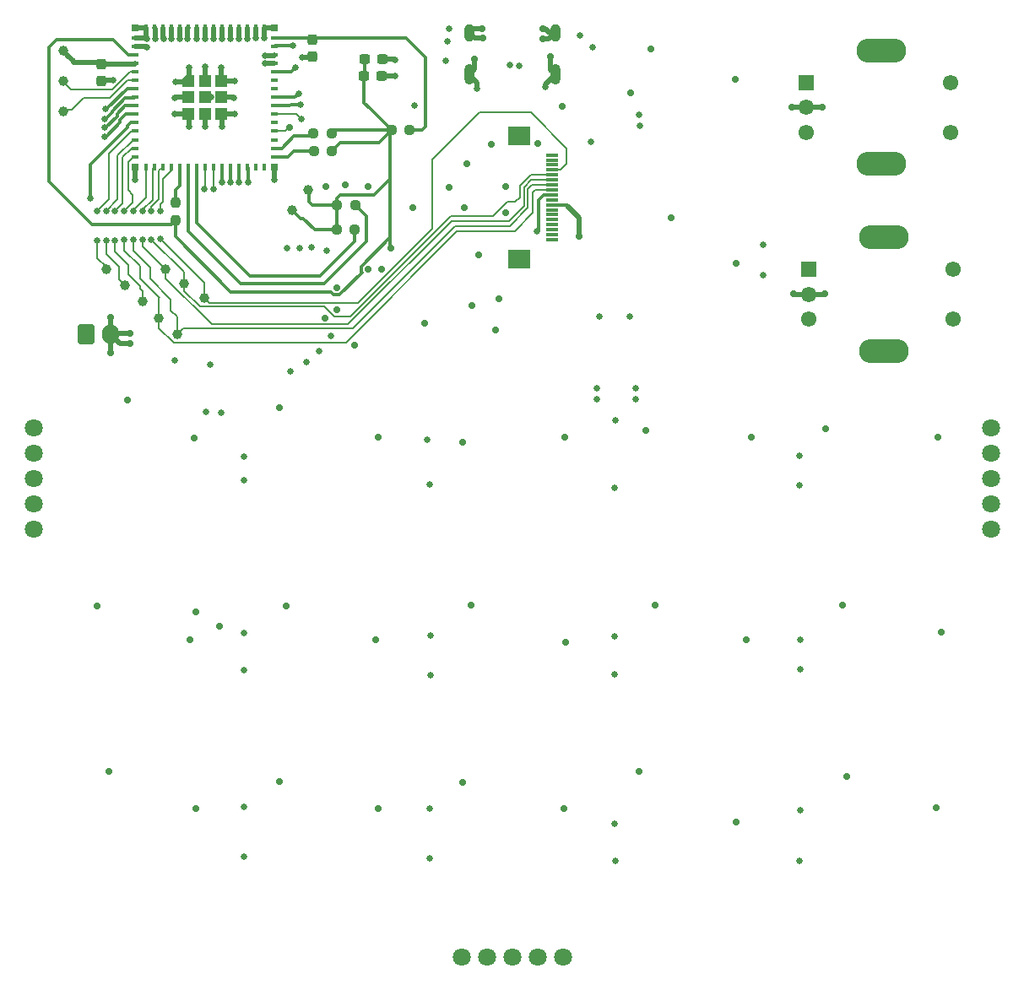
<source format=gbr>
%TF.GenerationSoftware,KiCad,Pcbnew,8.0.6*%
%TF.CreationDate,2025-02-04T14:09:58-07:00*%
%TF.ProjectId,Modular MacroPad,4d6f6475-6c61-4722-904d-6163726f5061,rev?*%
%TF.SameCoordinates,Original*%
%TF.FileFunction,Copper,L1,Top*%
%TF.FilePolarity,Positive*%
%FSLAX46Y46*%
G04 Gerber Fmt 4.6, Leading zero omitted, Abs format (unit mm)*
G04 Created by KiCad (PCBNEW 8.0.6) date 2025-02-04 14:09:58*
%MOMM*%
%LPD*%
G01*
G04 APERTURE LIST*
G04 Aperture macros list*
%AMRoundRect*
0 Rectangle with rounded corners*
0 $1 Rounding radius*
0 $2 $3 $4 $5 $6 $7 $8 $9 X,Y pos of 4 corners*
0 Add a 4 corners polygon primitive as box body*
4,1,4,$2,$3,$4,$5,$6,$7,$8,$9,$2,$3,0*
0 Add four circle primitives for the rounded corners*
1,1,$1+$1,$2,$3*
1,1,$1+$1,$4,$5*
1,1,$1+$1,$6,$7*
1,1,$1+$1,$8,$9*
0 Add four rect primitives between the rounded corners*
20,1,$1+$1,$2,$3,$4,$5,0*
20,1,$1+$1,$4,$5,$6,$7,0*
20,1,$1+$1,$6,$7,$8,$9,0*
20,1,$1+$1,$8,$9,$2,$3,0*%
%AMOutline5P*
0 Free polygon, 5 corners , with rotation*
0 The origin of the aperture is its center*
0 number of corners: always 5*
0 $1 to $10 corner X, Y*
0 $11 Rotation angle, in degrees counterclockwise*
0 create outline with 5 corners*
4,1,5,$1,$2,$3,$4,$5,$6,$7,$8,$9,$10,$1,$2,$11*%
%AMOutline6P*
0 Free polygon, 6 corners , with rotation*
0 The origin of the aperture is its center*
0 number of corners: always 6*
0 $1 to $12 corner X, Y*
0 $13 Rotation angle, in degrees counterclockwise*
0 create outline with 6 corners*
4,1,6,$1,$2,$3,$4,$5,$6,$7,$8,$9,$10,$11,$12,$1,$2,$13*%
%AMOutline7P*
0 Free polygon, 7 corners , with rotation*
0 The origin of the aperture is its center*
0 number of corners: always 7*
0 $1 to $14 corner X, Y*
0 $15 Rotation angle, in degrees counterclockwise*
0 create outline with 7 corners*
4,1,7,$1,$2,$3,$4,$5,$6,$7,$8,$9,$10,$11,$12,$13,$14,$1,$2,$15*%
%AMOutline8P*
0 Free polygon, 8 corners , with rotation*
0 The origin of the aperture is its center*
0 number of corners: always 8*
0 $1 to $16 corner X, Y*
0 $17 Rotation angle, in degrees counterclockwise*
0 create outline with 8 corners*
4,1,8,$1,$2,$3,$4,$5,$6,$7,$8,$9,$10,$11,$12,$13,$14,$15,$16,$1,$2,$17*%
G04 Aperture macros list end*
%TA.AperFunction,SMDPad,CuDef*%
%ADD10C,1.000000*%
%TD*%
%TA.AperFunction,SMDPad,CuDef*%
%ADD11R,1.300000X0.300000*%
%TD*%
%TA.AperFunction,SMDPad,CuDef*%
%ADD12R,2.200000X1.900000*%
%TD*%
%TA.AperFunction,SMDPad,CuDef*%
%ADD13RoundRect,0.237500X-0.250000X-0.237500X0.250000X-0.237500X0.250000X0.237500X-0.250000X0.237500X0*%
%TD*%
%TA.AperFunction,SMDPad,CuDef*%
%ADD14RoundRect,0.237500X-0.237500X0.300000X-0.237500X-0.300000X0.237500X-0.300000X0.237500X0.300000X0*%
%TD*%
%TA.AperFunction,SMDPad,CuDef*%
%ADD15RoundRect,0.237500X0.250000X0.237500X-0.250000X0.237500X-0.250000X-0.237500X0.250000X-0.237500X0*%
%TD*%
%TA.AperFunction,ComponentPad*%
%ADD16C,1.800000*%
%TD*%
%TA.AperFunction,SMDPad,CuDef*%
%ADD17R,0.800000X0.400000*%
%TD*%
%TA.AperFunction,SMDPad,CuDef*%
%ADD18R,0.400000X0.800000*%
%TD*%
%TA.AperFunction,SMDPad,CuDef*%
%ADD19Outline5P,-0.600000X0.204000X-0.204000X0.600000X0.600000X0.600000X0.600000X-0.600000X-0.600000X-0.600000X0.000000*%
%TD*%
%TA.AperFunction,SMDPad,CuDef*%
%ADD20R,1.200000X1.200000*%
%TD*%
%TA.AperFunction,SMDPad,CuDef*%
%ADD21R,0.800000X0.800000*%
%TD*%
%TA.AperFunction,SMDPad,CuDef*%
%ADD22RoundRect,0.237500X-0.300000X-0.237500X0.300000X-0.237500X0.300000X0.237500X-0.300000X0.237500X0*%
%TD*%
%TA.AperFunction,ComponentPad*%
%ADD23RoundRect,1.200000X-1.300000X0.000010X-1.300000X-0.000010X1.300000X-0.000010X1.300000X0.000010X0*%
%TD*%
%TA.AperFunction,ComponentPad*%
%ADD24R,1.550000X1.550000*%
%TD*%
%TA.AperFunction,ComponentPad*%
%ADD25C,1.550000*%
%TD*%
%TA.AperFunction,SMDPad,CuDef*%
%ADD26RoundRect,0.237500X0.237500X-0.250000X0.237500X0.250000X-0.237500X0.250000X-0.237500X-0.250000X0*%
%TD*%
%TA.AperFunction,ComponentPad*%
%ADD27O,1.000000X1.800000*%
%TD*%
%TA.AperFunction,ComponentPad*%
%ADD28O,1.000000X2.100000*%
%TD*%
%TA.AperFunction,ComponentPad*%
%ADD29RoundRect,0.250000X-0.600000X-0.750000X0.600000X-0.750000X0.600000X0.750000X-0.600000X0.750000X0*%
%TD*%
%TA.AperFunction,ComponentPad*%
%ADD30O,1.700000X2.000000*%
%TD*%
%TA.AperFunction,ViaPad*%
%ADD31C,0.650000*%
%TD*%
%TA.AperFunction,ViaPad*%
%ADD32C,0.700000*%
%TD*%
%TA.AperFunction,Conductor*%
%ADD33C,0.200000*%
%TD*%
%TA.AperFunction,Conductor*%
%ADD34C,0.500000*%
%TD*%
%TA.AperFunction,Conductor*%
%ADD35C,0.300000*%
%TD*%
G04 APERTURE END LIST*
D10*
%TO.P,TP13,1,1*%
%TO.N,GPIO16*%
X126199980Y-67130016D03*
%TD*%
%TO.P,TP12,1,1*%
%TO.N,GPIO16*%
X127799980Y-65130016D03*
%TD*%
%TO.P,TP4,1,1*%
%TO.N,/GPIO2*%
X103199980Y-57230016D03*
%TD*%
%TO.P,TP3,1,1*%
%TO.N,/GPIO1*%
X103199980Y-54180016D03*
%TD*%
%TO.P,TP2,1,1*%
%TO.N,/BOOT*%
X103199980Y-51130016D03*
%TD*%
%TO.P,TP11,1,1*%
%TO.N,/RST*%
X117351180Y-75906016D03*
%TD*%
%TO.P,TP10,1,1*%
%TO.N,/TFTCS*%
X115319180Y-74509016D03*
%TD*%
%TO.P,TP9,1,1*%
%TO.N,/MOSI*%
X113490380Y-73035816D03*
%TD*%
%TO.P,TP8,1,1*%
%TO.N,/MISO*%
X114633380Y-79614416D03*
%TD*%
%TO.P,TP7,1,1*%
%TO.N,/SCK*%
X112829980Y-77963416D03*
%TD*%
%TO.P,TP6,1,1*%
%TO.N,/GPIO10*%
X111178980Y-76261616D03*
%TD*%
%TO.P,TP5,1,1*%
%TO.N,/GPIO9*%
X109375580Y-74661416D03*
%TD*%
%TO.P,TP1,1,1*%
%TO.N,/GPIO8*%
X107546780Y-73061216D03*
%TD*%
D11*
%TO.P,J7,18,18*%
%TO.N,unconnected-(J7-Pad18)*%
X152224180Y-70095216D03*
%TO.P,J7,17,17*%
%TO.N,unconnected-(J7-Pad17)*%
X152224180Y-69595216D03*
%TO.P,J7,16,16*%
%TO.N,unconnected-(J7-Pad16)*%
X152224180Y-69095216D03*
%TO.P,J7,15,15*%
%TO.N,unconnected-(J7-Pad15)*%
X152224180Y-68595216D03*
%TO.P,J7,14,14*%
%TO.N,unconnected-(J7-Pad14)*%
X152224180Y-68095216D03*
%TO.P,J7,13,13*%
%TO.N,unconnected-(J7-Pad13)*%
X152224180Y-67595216D03*
%TO.P,J7,12,12*%
%TO.N,unconnected-(J7-Pad12)*%
X152224180Y-67095216D03*
%TO.P,J7,11,11*%
%TO.N,VBUS*%
X152224180Y-66595216D03*
%TO.P,J7,10,10*%
%TO.N,/3VO*%
X152224180Y-66095216D03*
%TO.P,J7,9,9*%
%TO.N,GND*%
X152224180Y-65595216D03*
%TO.P,J7,8,8*%
%TO.N,/SCK*%
X152224180Y-65095216D03*
%TO.P,J7,7,7*%
%TO.N,/MISO*%
X152224180Y-64595216D03*
%TO.P,J7,6,6*%
%TO.N,/MOSI*%
X152224180Y-64095216D03*
%TO.P,J7,5,5*%
%TO.N,/TFTCS*%
X152224180Y-63595216D03*
%TO.P,J7,4,4*%
%TO.N,/RST*%
X152224180Y-63095216D03*
%TO.P,J7,3,3*%
%TO.N,/DC*%
X152224180Y-62595216D03*
%TO.P,J7,2,2*%
%TO.N,/SDCS*%
X152224180Y-62095216D03*
%TO.P,J7,1,1*%
%TO.N,/LITE*%
X152224180Y-61595216D03*
D12*
%TO.P,J7,S2*%
%TO.N,N/C*%
X148974180Y-59645216D03*
%TO.P,J7,S1*%
X148974180Y-72045216D03*
%TD*%
D13*
%TO.P,R19,1*%
%TO.N,GPIO16*%
X130623890Y-69111208D03*
%TO.P,R19,2*%
%TO.N,Net-(U4-IO18)*%
X132448890Y-69111208D03*
%TD*%
D14*
%TO.P,C11,1*%
%TO.N,/ESP32_EN*%
X128173890Y-49998708D03*
%TO.P,C11,2*%
%TO.N,GND*%
X128173890Y-51723708D03*
%TD*%
D15*
%TO.P,R21,1*%
%TO.N,GPIO16*%
X130161390Y-61161208D03*
%TO.P,R21,2*%
%TO.N,Net-(U4-IO35)*%
X128336390Y-61161208D03*
%TD*%
D16*
%TO.P,J2,1,Pin_1*%
%TO.N,unconnected-(J2-Pin_1-Pad1)*%
X196237608Y-89010589D03*
%TO.P,J2,2,Pin_2*%
%TO.N,unconnected-(J2-Pin_2-Pad2)*%
X196237608Y-91550589D03*
%TO.P,J2,3,Pin_3*%
%TO.N,unconnected-(J2-Pin_3-Pad3)*%
X196237608Y-94090589D03*
%TO.P,J2,4,Pin_4*%
%TO.N,unconnected-(J2-Pin_4-Pad4)*%
X196237608Y-96630589D03*
%TO.P,J2,5,Pin_5*%
%TO.N,unconnected-(J2-Pin_5-Pad5)*%
X196237608Y-99170589D03*
%TD*%
%TO.P,J3,1,Pin_1*%
%TO.N,unconnected-(J3-Pin_1-Pad1)*%
X100225608Y-89010589D03*
%TO.P,J3,2,Pin_2*%
%TO.N,unconnected-(J3-Pin_2-Pad2)*%
X100225608Y-91550589D03*
%TO.P,J3,3,Pin_3*%
%TO.N,unconnected-(J3-Pin_3-Pad3)*%
X100225608Y-94090589D03*
%TO.P,J3,4,Pin_4*%
%TO.N,unconnected-(J3-Pin_4-Pad4)*%
X100225608Y-96630589D03*
%TO.P,J3,5,Pin_5*%
%TO.N,unconnected-(J3-Pin_5-Pad5)*%
X100225608Y-99170589D03*
%TD*%
D13*
%TO.P,R18,1*%
%TO.N,GPIO16*%
X136131866Y-59109608D03*
%TO.P,R18,2*%
%TO.N,/ESP32_EN*%
X137956866Y-59109608D03*
%TD*%
D17*
%TO.P,U4,1,GND*%
%TO.N,GND*%
X110436390Y-49861208D03*
%TO.P,U4,2,GND*%
X110436390Y-50711208D03*
%TO.P,U4,3,3V3*%
%TO.N,GPIO16*%
X110436390Y-51561208D03*
%TO.P,U4,4,IO0*%
%TO.N,/BOOT*%
X110436390Y-52411208D03*
%TO.P,U4,5,IO1*%
%TO.N,/GPIO1*%
X110436390Y-53261208D03*
%TO.P,U4,6,IO2*%
%TO.N,/GPIO2*%
X110436390Y-54111208D03*
%TO.P,U4,7,IO3*%
%TO.N,Col0*%
X110436390Y-54961208D03*
%TO.P,U4,8,IO4*%
%TO.N,Row4*%
X110436390Y-55811208D03*
%TO.P,U4,9,IO5*%
%TO.N,Row3*%
X110436390Y-56661208D03*
%TO.P,U4,10,IO6*%
%TO.N,Row2*%
X110436390Y-57511208D03*
%TO.P,U4,11,IO7*%
%TO.N,Col1*%
X110436390Y-58361208D03*
%TO.P,U4,12,IO8*%
%TO.N,/GPIO8*%
X110436390Y-59211208D03*
%TO.P,U4,13,IO9*%
%TO.N,/GPIO9*%
X110436390Y-60061208D03*
%TO.P,U4,14,IO10*%
%TO.N,/GPIO10*%
X110436390Y-60911208D03*
%TO.P,U4,15,IO11*%
%TO.N,/SCK*%
X110436390Y-61761208D03*
D18*
%TO.P,U4,16,IO12*%
%TO.N,/MISO*%
X111486390Y-62811208D03*
%TO.P,U4,17,IO13*%
%TO.N,/MOSI*%
X112336390Y-62811208D03*
%TO.P,U4,18,IO14*%
%TO.N,/TFTCS*%
X113186390Y-62811208D03*
%TO.P,U4,19,IO15*%
%TO.N,/RST*%
X114036390Y-62811208D03*
%TO.P,U4,20,IO16*%
%TO.N,Net-(U4-IO16)*%
X114886390Y-62811208D03*
%TO.P,U4,21,IO17*%
%TO.N,Net-(U4-IO17)*%
X115736390Y-62811208D03*
%TO.P,U4,22,IO18*%
%TO.N,Net-(U4-IO18)*%
X116586390Y-62811208D03*
%TO.P,U4,23,IO19*%
%TO.N,USB_N*%
X117436390Y-62811208D03*
%TO.P,U4,24,IO20*%
%TO.N,USB_P*%
X118286390Y-62811208D03*
%TO.P,U4,25,IO21*%
%TO.N,Col2*%
X119136390Y-62811208D03*
%TO.P,U4,26,IO26*%
%TO.N,Col4*%
X119986390Y-62811208D03*
%TO.P,U4,27,IO47*%
%TO.N,Rotary2B*%
X120836390Y-62811208D03*
%TO.P,U4,28,IO33*%
%TO.N,Rotary2A*%
X121686390Y-62811208D03*
%TO.P,U4,29,IO34*%
%TO.N,unconnected-(U4-IO34-Pad29)*%
X122536390Y-62811208D03*
%TO.P,U4,30,IO48*%
%TO.N,unconnected-(U4-IO48-Pad30)*%
X123386390Y-62811208D03*
D17*
%TO.P,U4,31,IO35*%
%TO.N,Net-(U4-IO35)*%
X124436390Y-61761208D03*
%TO.P,U4,32,IO36*%
%TO.N,Net-(U4-IO36)*%
X124436390Y-60911208D03*
%TO.P,U4,33,IO37*%
%TO.N,unconnected-(U4-IO37-Pad33)*%
X124436390Y-60061208D03*
%TO.P,U4,34,IO38*%
%TO.N,LED_GPIO*%
X124436390Y-59211208D03*
%TO.P,U4,35,IO39*%
%TO.N,unconnected-(U4-IO39-Pad35)*%
X124436390Y-58361208D03*
%TO.P,U4,36,IO40*%
%TO.N,Col3*%
X124436390Y-57511208D03*
%TO.P,U4,37,IO41*%
%TO.N,Row1*%
X124436390Y-56661208D03*
%TO.P,U4,38,IO42*%
%TO.N,Rotary1B*%
X124436390Y-55811208D03*
%TO.P,U4,39,TXD0*%
%TO.N,unconnected-(U4-TXD0-Pad39)*%
X124436390Y-54961208D03*
%TO.P,U4,40,RXD0*%
%TO.N,unconnected-(U4-RXD0-Pad40)*%
X124436390Y-54111208D03*
%TO.P,U4,41,IO45*%
%TO.N,Row0*%
X124436390Y-53261208D03*
%TO.P,U4,42,GND*%
%TO.N,GND*%
X124436390Y-52411208D03*
%TO.P,U4,43,GND*%
X124436390Y-51561208D03*
%TO.P,U4,44,IO46*%
%TO.N,Rotary1A*%
X124436390Y-50711208D03*
%TO.P,U4,45,EN*%
%TO.N,/ESP32_EN*%
X124436390Y-49861208D03*
D18*
%TO.P,U4,46,GND*%
%TO.N,GND*%
X123386390Y-48811208D03*
%TO.P,U4,47,GND*%
X122536390Y-48811208D03*
%TO.P,U4,48,GND*%
X121686390Y-48811208D03*
%TO.P,U4,49,GND*%
X120836390Y-48811208D03*
%TO.P,U4,50,GND*%
X119986390Y-48811208D03*
%TO.P,U4,51,GND*%
X119136390Y-48811208D03*
%TO.P,U4,52,GND*%
X118286390Y-48811208D03*
%TO.P,U4,53,GND*%
X117436390Y-48811208D03*
%TO.P,U4,54,GND*%
X116586390Y-48811208D03*
%TO.P,U4,55,GND*%
X115736390Y-48811208D03*
%TO.P,U4,56,GND*%
X114886390Y-48811208D03*
%TO.P,U4,57,GND*%
X114036390Y-48811208D03*
%TO.P,U4,58,GND*%
X113186390Y-48811208D03*
%TO.P,U4,59,GND*%
X112336390Y-48811208D03*
%TO.P,U4,60,GND*%
X111486390Y-48811208D03*
D19*
%TO.P,U4,61,GND*%
X115786390Y-54161208D03*
D20*
X115786390Y-55811208D03*
X115786390Y-57461208D03*
X117436390Y-54161208D03*
X117436390Y-55811208D03*
X117436390Y-57461208D03*
X119086390Y-54161208D03*
X119086390Y-55811208D03*
X119086390Y-57461208D03*
D21*
%TO.P,U4,62,GND*%
X110436390Y-48811208D03*
%TO.P,U4,63,GND*%
X110436390Y-62811208D03*
%TO.P,U4,64,GND*%
X124436390Y-62811208D03*
%TO.P,U4,65,GND*%
X124436390Y-48811208D03*
%TD*%
D22*
%TO.P,C13,1*%
%TO.N,GPIO16*%
X133411290Y-53664208D03*
%TO.P,C13,2*%
%TO.N,GND*%
X135136290Y-53664208D03*
%TD*%
D23*
%TO.P,SW20,3*%
%TO.N,N/C*%
X185486390Y-69861208D03*
%TO.P,SW20,4*%
X185486390Y-81261208D03*
D24*
%TO.P,SW20,A,A*%
%TO.N,Rotary2A*%
X177986390Y-73061208D03*
D25*
%TO.P,SW20,B,B*%
%TO.N,Rotary2B*%
X177986390Y-78061208D03*
%TO.P,SW20,C,C*%
%TO.N,GND*%
X177986390Y-75561208D03*
%TO.P,SW20,S1,S1*%
%TO.N,Net-(D41-A)*%
X192486390Y-73061208D03*
%TO.P,SW20,S2,S2*%
%TO.N,Col4*%
X192486390Y-78061208D03*
%TD*%
D14*
%TO.P,C14,1*%
%TO.N,/BOOT*%
X107036390Y-52448708D03*
%TO.P,C14,2*%
%TO.N,GND*%
X107036390Y-54173708D03*
%TD*%
D23*
%TO.P,SW21,3*%
%TO.N,N/C*%
X185236390Y-51111208D03*
%TO.P,SW21,4*%
X185236390Y-62511208D03*
D24*
%TO.P,SW21,A,A*%
%TO.N,Rotary1A*%
X177736390Y-54311208D03*
D25*
%TO.P,SW21,B,B*%
%TO.N,Rotary1B*%
X177736390Y-59311208D03*
%TO.P,SW21,C,C*%
%TO.N,GND*%
X177736390Y-56811208D03*
%TO.P,SW21,S1,S1*%
%TO.N,Net-(D40-A)*%
X192236390Y-54311208D03*
%TO.P,SW21,S2,S2*%
%TO.N,Col4*%
X192236390Y-59311208D03*
%TD*%
D22*
%TO.P,C12,1*%
%TO.N,GPIO16*%
X133486390Y-51987808D03*
%TO.P,C12,2*%
%TO.N,GND*%
X135211390Y-51987808D03*
%TD*%
D26*
%TO.P,R1,1*%
%TO.N,GPIO16*%
X114480980Y-68161208D03*
%TO.P,R1,2*%
%TO.N,Net-(U4-IO16)*%
X114480980Y-66336208D03*
%TD*%
D13*
%TO.P,R20,1*%
%TO.N,GPIO16*%
X130673890Y-66611208D03*
%TO.P,R20,2*%
%TO.N,Net-(U4-IO17)*%
X132498890Y-66611208D03*
%TD*%
D16*
%TO.P,J4,1,Pin_1*%
%TO.N,unconnected-(J4-Pin_1-Pad1)*%
X143151608Y-142096589D03*
%TO.P,J4,2,Pin_2*%
%TO.N,unconnected-(J4-Pin_2-Pad2)*%
X145691608Y-142096589D03*
%TO.P,J4,3,Pin_3*%
%TO.N,unconnected-(J4-Pin_3-Pad3)*%
X148231608Y-142096589D03*
%TO.P,J4,4,Pin_4*%
%TO.N,unconnected-(J4-Pin_4-Pad4)*%
X150771608Y-142096589D03*
%TO.P,J4,5,Pin_5*%
%TO.N,unconnected-(J4-Pin_5-Pad5)*%
X153311608Y-142096589D03*
%TD*%
D15*
%TO.P,R23,1*%
%TO.N,GPIO16*%
X130148890Y-59411208D03*
%TO.P,R23,2*%
%TO.N,Net-(U4-IO36)*%
X128323890Y-59411208D03*
%TD*%
D27*
%TO.P,J1,S1,SHIELD*%
%TO.N,GND*%
X143918390Y-49336208D03*
D28*
X143918390Y-53516208D03*
D27*
X152558390Y-49336208D03*
D28*
X152558390Y-53516208D03*
%TD*%
D29*
%TO.P,J5,1,Pin_1*%
%TO.N,BAT+*%
X105486390Y-79611208D03*
D30*
%TO.P,J5,2,Pin_2*%
%TO.N,GND*%
X107986390Y-79611208D03*
%TD*%
D31*
%TO.N,GND*%
X150701380Y-69251216D03*
%TO.N,/RST*%
X112956980Y-70038616D03*
%TO.N,/TFTCS*%
X112067980Y-70064016D03*
%TO.N,/MOSI*%
X111204380Y-70089416D03*
%TO.N,/MISO*%
X110239180Y-70089416D03*
%TO.N,/SCK*%
X109350180Y-70114816D03*
%TO.N,/GPIO10*%
X108410380Y-70140216D03*
%TO.N,/TFTCS*%
X112054383Y-67193816D03*
%TO.N,/RST*%
X112931580Y-67193816D03*
%TO.N,/MOSI*%
X111204380Y-67193816D03*
%TO.N,/MISO*%
X110239180Y-67193816D03*
%TO.N,/GPIO10*%
X108410380Y-67219216D03*
%TO.N,/SCK*%
X109350180Y-67193816D03*
%TO.N,GND*%
X111636390Y-50761208D03*
D32*
X152086390Y-51761208D03*
D31*
X120336390Y-55861208D03*
D32*
X153554408Y-89943189D03*
D31*
X113286390Y-49911208D03*
X116586390Y-49911208D03*
X111586390Y-49961208D03*
D32*
X190904408Y-89893189D03*
X109936390Y-79461208D03*
D31*
X136536390Y-53661208D03*
X124436390Y-64111208D03*
X115836390Y-58711208D03*
X118286390Y-49911208D03*
D32*
X170704408Y-72493189D03*
X132436390Y-80661208D03*
D31*
X123386390Y-49861208D03*
X114436390Y-57461208D03*
D32*
X170704408Y-128543189D03*
D31*
X115686390Y-49911208D03*
D32*
X176286390Y-56761208D03*
X147586390Y-64761208D03*
X106654408Y-106843189D03*
X146948890Y-76011208D03*
D31*
X112486390Y-49911208D03*
X119186390Y-58761208D03*
D32*
X133836390Y-73061208D03*
X133786390Y-64761208D03*
X150786390Y-60461208D03*
D31*
X110436390Y-64111208D03*
D32*
X129586390Y-64761208D03*
D31*
X119986390Y-49911208D03*
X121686390Y-49911208D03*
X122536390Y-49861208D03*
D32*
X125554408Y-106843189D03*
D31*
X144736390Y-54911208D03*
D32*
X134804408Y-127143189D03*
X134804408Y-89943189D03*
D31*
X115836390Y-52811208D03*
D32*
X162604408Y-106793189D03*
X145286390Y-49861208D03*
D31*
X114886390Y-49911208D03*
D32*
X144248890Y-76711208D03*
D31*
X136536390Y-52061208D03*
X119086390Y-52811208D03*
D32*
X107986390Y-81411208D03*
D31*
X114036390Y-49911208D03*
D32*
X144486390Y-51961208D03*
X172204408Y-89943189D03*
D31*
X108186390Y-54111208D03*
D32*
X181354408Y-106793189D03*
X130636390Y-77161208D03*
D31*
X119136390Y-49911208D03*
X114436390Y-55861208D03*
X151586390Y-54761208D03*
D32*
X146196390Y-60486208D03*
X138286390Y-66861208D03*
D31*
X118036390Y-55811208D03*
D32*
X107986390Y-77911208D03*
X109886390Y-80511208D03*
D31*
X117486390Y-58761208D03*
X117436390Y-52711208D03*
D32*
X135136390Y-73061208D03*
D31*
X117436390Y-49911208D03*
D32*
X145236390Y-48911208D03*
D31*
X120836390Y-49911208D03*
D32*
X131486390Y-64611208D03*
X153236390Y-56711208D03*
X141886390Y-64811208D03*
X116504408Y-127143189D03*
D31*
X114486390Y-54261208D03*
D32*
X179386390Y-56761208D03*
D31*
X120386390Y-54211208D03*
X127173890Y-51811208D03*
D32*
X147636390Y-67411208D03*
D31*
X120436390Y-57461208D03*
D32*
X143736390Y-62461208D03*
X116354408Y-89993189D03*
X153454408Y-127143189D03*
X144104408Y-106793189D03*
X151336390Y-49961208D03*
X190754408Y-127093189D03*
X143486390Y-66911208D03*
D31*
X123436390Y-52411208D03*
D32*
X151336390Y-48961208D03*
D31*
X123436390Y-51611208D03*
D32*
X176486390Y-75511208D03*
X130636390Y-74911208D03*
X170654408Y-53993189D03*
X179586390Y-75511208D03*
%TO.N,BAT+*%
X139504408Y-78493189D03*
X129504408Y-77943189D03*
D31*
%TO.N,USB_N*%
X148036390Y-52561208D03*
X117388042Y-65008186D03*
%TO.N,USB_P*%
X118286390Y-65011208D03*
X148936390Y-52611208D03*
%TO.N,Col3*%
X158511390Y-94986208D03*
X158536390Y-113661208D03*
X158536390Y-128711208D03*
X158586390Y-132411208D03*
X158536390Y-109861208D03*
X158570590Y-88193189D03*
X156136390Y-60261208D03*
X127086390Y-57961208D03*
%TO.N,Col0*%
X107436390Y-57011208D03*
%TO.N,Col1*%
X121366790Y-109543189D03*
X121386390Y-94261208D03*
X105961180Y-65949216D03*
X121386390Y-113261208D03*
X121336390Y-91811208D03*
X119104408Y-87443189D03*
X121366790Y-126993189D03*
X117936390Y-82661208D03*
X121386390Y-132011208D03*
%TO.N,Col2*%
X125986390Y-83311208D03*
X125636390Y-70961208D03*
X139986390Y-94661208D03*
X139966790Y-132191608D03*
X140086390Y-109761208D03*
X140086390Y-113761208D03*
X139704408Y-90193189D03*
X139966790Y-127143189D03*
X119136390Y-64311208D03*
%TO.N,Col4*%
X177036390Y-91761208D03*
X177086390Y-132411208D03*
X160636390Y-86061208D03*
X126936390Y-70911208D03*
X156736390Y-86061208D03*
X177166790Y-113191608D03*
X177086390Y-94761208D03*
X119986390Y-64311208D03*
X177136390Y-110211208D03*
X177166790Y-127293189D03*
X127636390Y-82361208D03*
%TO.N,Rotary1B*%
X161010764Y-57586834D03*
X141586390Y-52111208D03*
X126836390Y-55411208D03*
%TO.N,Rotary1A*%
X126236390Y-50661208D03*
X155086390Y-49611208D03*
X141911390Y-48936208D03*
%TO.N,Rotary2B*%
X128886390Y-81261208D03*
X128086390Y-70861208D03*
X120836390Y-64311208D03*
X160636390Y-84961208D03*
X156736390Y-84961208D03*
%TO.N,Rotary2A*%
X129686390Y-71211208D03*
X156986390Y-77761208D03*
X121786390Y-64311208D03*
X160036390Y-77761208D03*
X130061390Y-79736208D03*
%TO.N,Row0*%
X156286390Y-50811208D03*
X141786390Y-50211208D03*
X126486390Y-52861208D03*
%TO.N,Row1*%
X173386390Y-73611208D03*
X161036390Y-58661208D03*
X138436390Y-56611208D03*
X127036390Y-56511208D03*
X173386390Y-70561208D03*
%TO.N,Row2*%
X107386390Y-59761208D03*
X117536390Y-87393189D03*
X114386390Y-82161208D03*
%TO.N,Row3*%
X107386390Y-58861208D03*
%TO.N,Row4*%
X107386390Y-57961208D03*
D32*
%TO.N,GPIO16*%
X136104408Y-70943189D03*
%TO.N,LED_GPIO*%
X160104408Y-55343189D03*
X125904408Y-58793189D03*
%TO.N,Net-(D15-DOUT)*%
X116554408Y-107393189D03*
X118854408Y-108843189D03*
%TO.N,Net-(U7-FB)*%
X146554408Y-79143189D03*
X144854408Y-71593189D03*
D31*
%TO.N,/GPIO9*%
X107506122Y-70180874D03*
X107506122Y-67229358D03*
%TO.N,/GPIO8*%
X106632380Y-70216416D03*
X106632380Y-67219216D03*
D32*
%TO.N,VBUS*%
X124904408Y-86943189D03*
X107804408Y-123393189D03*
X115954408Y-110193189D03*
X134554408Y-110243189D03*
X191254408Y-109443189D03*
X171704408Y-110193189D03*
X164154408Y-67893189D03*
X154954408Y-69743189D03*
X161654408Y-89193189D03*
X153604408Y-110443189D03*
X162129408Y-50968189D03*
X179654408Y-89093189D03*
X143304408Y-90393189D03*
X124904408Y-124443189D03*
X143254408Y-124543189D03*
X181804408Y-123943189D03*
X109654408Y-86143189D03*
X161004408Y-123393189D03*
%TD*%
D33*
%TO.N,/GPIO2*%
X104092380Y-57033816D02*
X103396180Y-57033816D01*
X103396180Y-57033816D02*
X103199980Y-57230016D01*
%TO.N,/GPIO1*%
X103762180Y-54775216D02*
X103762180Y-54742216D01*
X103762180Y-54742216D02*
X103199980Y-54180016D01*
D34*
%TO.N,/BOOT*%
X103762180Y-51725216D02*
X103762180Y-51692216D01*
X103762180Y-51692216D02*
X103199980Y-51130016D01*
D35*
%TO.N,GPIO16*%
X130623890Y-69111208D02*
X128437972Y-69111208D01*
X127025780Y-67955816D02*
X126199980Y-67130016D01*
X128437972Y-69111208D02*
X127282580Y-67955816D01*
X127282580Y-67955816D02*
X127025780Y-67955816D01*
X127866780Y-65196816D02*
X127799980Y-65130016D01*
X130673890Y-66611208D02*
X128223972Y-66611208D01*
X127866780Y-66254016D02*
X127866780Y-65196816D01*
X128223972Y-66611208D02*
X127866780Y-66254016D01*
%TO.N,GND*%
X152224180Y-65595216D02*
X151387180Y-65595216D01*
X151387180Y-65595216D02*
X150879180Y-66103216D01*
X150879180Y-69073416D02*
X150701380Y-69251216D01*
X150879180Y-66103216D02*
X150879180Y-69073416D01*
D34*
%TO.N,VBUS*%
X154954408Y-67865444D02*
X153800180Y-66711216D01*
X154954408Y-69743189D02*
X154954408Y-67865444D01*
D33*
%TO.N,/RST*%
X140236580Y-68971816D02*
X140236580Y-62063016D01*
X117851179Y-76406015D02*
X132802381Y-76406015D01*
X153124180Y-63095216D02*
X152224180Y-63095216D01*
X132802381Y-76406015D02*
X140236580Y-68971816D01*
X140236580Y-62063016D02*
X144960980Y-57338616D01*
X117351180Y-75906016D02*
X117851179Y-76406015D01*
X144960980Y-57338616D02*
X150117180Y-57338616D01*
X150117180Y-57338616D02*
X153723980Y-60945416D01*
X153723980Y-62495416D02*
X153124180Y-63095216D01*
X153723980Y-60945416D02*
X153723980Y-62495416D01*
%TO.N,/SCK*%
X112829980Y-77963416D02*
X112829980Y-78942387D01*
X112829980Y-78942387D02*
X114302009Y-80414416D01*
X114302009Y-80414416D02*
X131562580Y-80414416D01*
X131562580Y-80414416D02*
X142725780Y-69251216D01*
X142725780Y-69251216D02*
X148510094Y-69251216D01*
X148510094Y-69251216D02*
X150345780Y-67415530D01*
X150564780Y-65095216D02*
X152224180Y-65095216D01*
X150345780Y-67415530D02*
X150345780Y-65314216D01*
X150345780Y-65314216D02*
X150564780Y-65095216D01*
%TO.N,/TFTCS*%
X115319180Y-74509016D02*
X115319180Y-75216122D01*
X115319180Y-75216122D02*
X116914155Y-76811097D01*
X129367040Y-76811097D02*
X130367151Y-77811208D01*
X148567780Y-66304816D02*
X149037780Y-65834816D01*
X130367151Y-77811208D02*
X132006788Y-77811208D01*
X142065380Y-67752616D02*
X146307180Y-67752616D01*
X149037780Y-64652644D02*
X150095208Y-63595216D01*
X146307180Y-67752616D02*
X147754980Y-66304816D01*
X116914155Y-76811097D02*
X129367040Y-76811097D01*
X150095208Y-63595216D02*
X152224180Y-63595216D01*
X147754980Y-66304816D02*
X148567780Y-66304816D01*
X132006788Y-77811208D02*
X142065380Y-67752616D01*
X149037780Y-65834816D02*
X149037780Y-64652644D01*
%TO.N,/MOSI*%
X113490380Y-73035816D02*
X113490380Y-73953008D01*
X142173866Y-68209816D02*
X147925894Y-68209816D01*
X113490380Y-73953008D02*
X118130561Y-78593189D01*
X118130561Y-78593189D02*
X131790493Y-78593189D01*
X147925894Y-68209816D02*
X149437780Y-66697930D01*
X131790493Y-78593189D02*
X142173866Y-68209816D01*
X149437780Y-66697930D02*
X149437780Y-64818330D01*
X149437780Y-64818330D02*
X150160894Y-64095216D01*
X150160894Y-64095216D02*
X152224180Y-64095216D01*
%TO.N,/MISO*%
X114633380Y-79614416D02*
X115254607Y-78993189D01*
X115254607Y-78993189D02*
X132247207Y-78993189D01*
X132247207Y-78993189D02*
X142522580Y-68717816D01*
X142522580Y-68717816D02*
X147983580Y-68717816D01*
X147983580Y-68717816D02*
X149837780Y-66863616D01*
X149837780Y-66863616D02*
X149837780Y-64984016D01*
X149837780Y-64984016D02*
X150226580Y-64595216D01*
X150226580Y-64595216D02*
X152224180Y-64595216D01*
D34*
%TO.N,/BOOT*%
X104219380Y-52309416D02*
X104219380Y-52182416D01*
X104219380Y-52182416D02*
X103762180Y-51725216D01*
X107036390Y-52448708D02*
X106897098Y-52309416D01*
X106897098Y-52309416D02*
X104219380Y-52309416D01*
D33*
%TO.N,/GPIO1*%
X110436390Y-53261208D02*
X109920274Y-53261208D01*
X109920274Y-53261208D02*
X108170274Y-55011208D01*
X108170274Y-55011208D02*
X103998172Y-55011208D01*
X103998172Y-55011208D02*
X103762180Y-54775216D01*
%TO.N,/GPIO2*%
X110436390Y-54111208D02*
X109635960Y-54111208D01*
X109635960Y-54111208D02*
X107881752Y-55865416D01*
X107881752Y-55865416D02*
X105260780Y-55865416D01*
X105260780Y-55865416D02*
X104092380Y-57033816D01*
D35*
%TO.N,Col0*%
X107436390Y-57011208D02*
X107579284Y-57011208D01*
X107579284Y-57011208D02*
X109629284Y-54961208D01*
X109629284Y-54961208D02*
X110436390Y-54961208D01*
%TO.N,GPIO16*%
X110436390Y-51561208D02*
X109736390Y-51561208D01*
X108186390Y-50011208D02*
X102529788Y-50011208D01*
X109736390Y-51561208D02*
X108186390Y-50011208D01*
X101780980Y-50760016D02*
X101780980Y-64222016D01*
X102529788Y-50011208D02*
X101780980Y-50760016D01*
X114051372Y-68590816D02*
X114480980Y-68161208D01*
X101780980Y-64222016D02*
X106149780Y-68590816D01*
X106149780Y-68590816D02*
X114051372Y-68590816D01*
X130926340Y-75611208D02*
X130346440Y-75611208D01*
X136036390Y-69871258D02*
X133136390Y-72771258D01*
%TO.N,Net-(U4-IO16)*%
X114480980Y-65116618D02*
X114886390Y-64711208D01*
%TO.N,GPIO16*%
X120018180Y-75321816D02*
X114480980Y-69784616D01*
X133136390Y-72771258D02*
X133136390Y-73351158D01*
X133136390Y-73351158D02*
X133161390Y-73376158D01*
X133161390Y-73376158D02*
X130926340Y-75611208D01*
%TO.N,Net-(U4-IO16)*%
X114480980Y-66336208D02*
X114480980Y-65116618D01*
%TO.N,GPIO16*%
X130346440Y-75611208D02*
X130057048Y-75321816D01*
X130057048Y-75321816D02*
X120018180Y-75321816D01*
X114480980Y-69784616D02*
X114480980Y-68161208D01*
%TO.N,Net-(U4-IO16)*%
X114886390Y-64711208D02*
X114886390Y-62811208D01*
D33*
%TO.N,/RST*%
X112931580Y-67193816D02*
X112931580Y-66558816D01*
X113236390Y-66254006D02*
X113236390Y-63961208D01*
X112931580Y-66558816D02*
X113236390Y-66254006D01*
X113236390Y-63961208D02*
X114036390Y-63161208D01*
X114036390Y-63161208D02*
X114036390Y-62811208D01*
%TO.N,/TFTCS*%
X112054383Y-67193816D02*
X112054383Y-66801013D01*
X112836390Y-63161208D02*
X113186390Y-62811208D01*
X112054383Y-66801013D02*
X112836390Y-66019006D01*
X112836390Y-66019006D02*
X112836390Y-63161208D01*
%TO.N,/MOSI*%
X111204380Y-67193816D02*
X111204380Y-67041416D01*
X111204380Y-67041416D02*
X112169580Y-66076216D01*
X112169580Y-66076216D02*
X112169580Y-62978018D01*
X112169580Y-62978018D02*
X112336390Y-62811208D01*
%TO.N,/MISO*%
X110239180Y-67193816D02*
X110239180Y-67097332D01*
X111486390Y-65850122D02*
X111486390Y-62811208D01*
X110239180Y-67097332D02*
X111486390Y-65850122D01*
%TO.N,/SCK*%
X109731180Y-65129530D02*
X109731180Y-62266418D01*
X109350180Y-67193816D02*
X110201069Y-66342927D01*
X110201069Y-65599419D02*
X109731180Y-65129530D01*
X110201069Y-66342927D02*
X110201069Y-65599419D01*
X109731180Y-62266418D02*
X110236390Y-61761208D01*
X110236390Y-61761208D02*
X110436390Y-61761208D01*
%TO.N,/GPIO10*%
X108410380Y-67219216D02*
X109197780Y-66431816D01*
X109197780Y-66431816D02*
X109197780Y-61799818D01*
X109197780Y-61799818D02*
X110086390Y-60911208D01*
X110086390Y-60911208D02*
X110436390Y-60911208D01*
D35*
%TO.N,Col1*%
X105921180Y-62596416D02*
X109686390Y-58831206D01*
X105921180Y-65909216D02*
X105921180Y-62596416D01*
X109686390Y-58831206D02*
X109686390Y-58661208D01*
X105961180Y-65949216D02*
X105921180Y-65909216D01*
X109686390Y-58661208D02*
X109986390Y-58361208D01*
X109986390Y-58361208D02*
X110436390Y-58361208D01*
%TO.N,/ESP32_EN*%
X137636390Y-49861208D02*
X139586390Y-51811208D01*
X139586390Y-51811208D02*
X139586390Y-58761208D01*
X139237990Y-59109608D02*
X137956866Y-59109608D01*
X139586390Y-58761208D02*
X139237990Y-59109608D01*
X124436390Y-49861208D02*
X137636390Y-49861208D01*
D34*
%TO.N,GND*%
X135139290Y-53661208D02*
X135136290Y-53664208D01*
X151586390Y-54761208D02*
X151586390Y-54488208D01*
X177986390Y-75561208D02*
X176536390Y-75561208D01*
X144736390Y-54911208D02*
X144736390Y-54334208D01*
X128086390Y-51811208D02*
X128173890Y-51723708D01*
X145236390Y-48911208D02*
X144343390Y-48911208D01*
X109936390Y-79461208D02*
X108136390Y-79461208D01*
X108186390Y-54111208D02*
X107098890Y-54111208D01*
X115686390Y-49911208D02*
X115686390Y-48861208D01*
X115686390Y-54261208D02*
X115786390Y-54161208D01*
X120836390Y-48811208D02*
X120836390Y-49911208D01*
X114486390Y-54261208D02*
X115686390Y-54261208D01*
X114486390Y-55811208D02*
X114436390Y-55861208D01*
X109886390Y-80511208D02*
X108886390Y-80511208D01*
X115836390Y-54111208D02*
X115786390Y-54161208D01*
X144343390Y-48911208D02*
X143918390Y-49336208D01*
X151586390Y-54488208D02*
X152558390Y-53516208D01*
X107986390Y-77911208D02*
X107986390Y-79611208D01*
X151590827Y-48961208D02*
X151336390Y-48961208D01*
X135211390Y-51987808D02*
X136462990Y-51987808D01*
X117486390Y-57511208D02*
X117436390Y-57461208D01*
X177986390Y-75561208D02*
X179536390Y-75561208D01*
X122536390Y-49861208D02*
X122536390Y-48811208D01*
X115786390Y-55811208D02*
X114486390Y-55811208D01*
X177786390Y-56761208D02*
X177736390Y-56811208D01*
X144443390Y-49861208D02*
X143918390Y-49336208D01*
X151965827Y-49336208D02*
X151590827Y-48961208D01*
X108136390Y-79461208D02*
X107986390Y-79611208D01*
X151336390Y-49961208D02*
X151933390Y-49961208D01*
X120436390Y-57461208D02*
X119086390Y-57461208D01*
X107098890Y-54111208D02*
X107036390Y-54173708D01*
X121686390Y-48811208D02*
X121686390Y-49911208D01*
X119186390Y-57561208D02*
X119086390Y-57461208D01*
X179386390Y-56761208D02*
X177786390Y-56761208D01*
X144486390Y-51961208D02*
X144486390Y-52948208D01*
X111486390Y-49861208D02*
X111586390Y-49961208D01*
X127173890Y-51811208D02*
X128086390Y-51811208D01*
X115836390Y-58711208D02*
X115836390Y-57511208D01*
X115686390Y-48861208D02*
X115736390Y-48811208D01*
X114036390Y-49911208D02*
X114036390Y-48811208D01*
X111486390Y-48961208D02*
X111486390Y-49861208D01*
X119186390Y-58761208D02*
X119186390Y-57561208D01*
X110436390Y-48811208D02*
X111336390Y-48811208D01*
X117436390Y-54161208D02*
X117436390Y-52711208D01*
X112486390Y-49911208D02*
X112486390Y-48961208D01*
X114886390Y-48811208D02*
X114886390Y-49911208D01*
X117436390Y-48811208D02*
X117436390Y-49911208D01*
X119986390Y-49911208D02*
X119986390Y-48811208D01*
X176336390Y-56811208D02*
X176286390Y-56761208D01*
X176536390Y-75561208D02*
X176486390Y-75511208D01*
X119086390Y-52811208D02*
X119086390Y-54161208D01*
X113186390Y-49811208D02*
X113286390Y-49911208D01*
X111586390Y-50711208D02*
X111636390Y-50761208D01*
X119136390Y-54211208D02*
X119086390Y-54161208D01*
X123386390Y-49861208D02*
X123386390Y-48811208D01*
X120386390Y-54211208D02*
X119136390Y-54211208D01*
X111336390Y-48811208D02*
X111486390Y-48961208D01*
X145286390Y-49861208D02*
X144443390Y-49861208D01*
X107986390Y-81411208D02*
X107986390Y-79611208D01*
X152086390Y-51761208D02*
X152086390Y-53044208D01*
X124436390Y-64111208D02*
X124436390Y-62811208D01*
X120286390Y-55811208D02*
X120336390Y-55861208D01*
X144736390Y-54334208D02*
X143918390Y-53516208D01*
X136536390Y-53661208D02*
X135139290Y-53661208D01*
X110436390Y-62811208D02*
X110436390Y-64111208D01*
X117486390Y-58761208D02*
X117486390Y-57511208D01*
X119136390Y-48811208D02*
X119136390Y-49911208D01*
X177736390Y-56811208D02*
X176336390Y-56811208D01*
X123436390Y-51611208D02*
X124386390Y-51611208D01*
X136462990Y-51987808D02*
X136536390Y-52061208D01*
X111486390Y-48811208D02*
X111486390Y-48961208D01*
X179536390Y-75561208D02*
X179586390Y-75511208D01*
X123386390Y-48811208D02*
X124436390Y-48811208D01*
X115836390Y-52811208D02*
X115836390Y-54111208D01*
X110436390Y-50711208D02*
X111586390Y-50711208D01*
X112486390Y-48961208D02*
X112336390Y-48811208D01*
X152558390Y-49336208D02*
X151965827Y-49336208D01*
X152086390Y-53044208D02*
X152558390Y-53516208D01*
X113186390Y-48811208D02*
X113186390Y-49811208D01*
X118036390Y-55811208D02*
X117436390Y-55811208D01*
X123436390Y-52411208D02*
X124436390Y-52411208D01*
X144486390Y-52948208D02*
X143918390Y-53516208D01*
X118286390Y-49911208D02*
X118286390Y-48811208D01*
X116586390Y-49911208D02*
X116586390Y-48811208D01*
X151933390Y-49961208D02*
X152558390Y-49336208D01*
X124386390Y-51611208D02*
X124436390Y-51561208D01*
X114436390Y-57461208D02*
X115786390Y-57461208D01*
X110436390Y-49861208D02*
X111486390Y-49861208D01*
X115836390Y-57511208D02*
X115786390Y-57461208D01*
X108886390Y-80511208D02*
X107986390Y-79611208D01*
X119086390Y-55811208D02*
X120286390Y-55811208D01*
D33*
%TO.N,USB_N*%
X117388042Y-65008186D02*
X117436390Y-64959838D01*
X117436390Y-64959838D02*
X117436390Y-62811208D01*
D34*
%TO.N,/BOOT*%
X110398890Y-52448708D02*
X110436390Y-52411208D01*
X107036390Y-52448708D02*
X110398890Y-52448708D01*
D33*
%TO.N,USB_P*%
X118286390Y-65011208D02*
X118286390Y-62811208D01*
D35*
%TO.N,Net-(U4-IO18)*%
X121936390Y-73711208D02*
X116586390Y-68361208D01*
X116586390Y-68361208D02*
X116586390Y-62811208D01*
X132448890Y-69111208D02*
X132448890Y-70248708D01*
X128986390Y-73711208D02*
X121936390Y-73711208D01*
X132448890Y-70248708D02*
X131086390Y-71611208D01*
X131086390Y-71611208D02*
X128986390Y-73711208D01*
%TO.N,Net-(U4-IO17)*%
X115736390Y-69261208D02*
X115736390Y-62811208D01*
X133636390Y-70261208D02*
X129386390Y-74511208D01*
X132498890Y-66611208D02*
X133636390Y-67748708D01*
X129386390Y-74511208D02*
X120986390Y-74511208D01*
X120986390Y-74511208D02*
X115736390Y-69261208D01*
X133636390Y-67748708D02*
X133636390Y-70261208D01*
%TO.N,Net-(U4-IO35)*%
X128336390Y-61161208D02*
X126336390Y-61161208D01*
X126336390Y-61161208D02*
X125736390Y-61761208D01*
X125736390Y-61761208D02*
X124436390Y-61761208D01*
%TO.N,Net-(U4-IO36)*%
X126354409Y-59693189D02*
X128041909Y-59693189D01*
X124436390Y-60911208D02*
X125136390Y-60911208D01*
X128041909Y-59693189D02*
X128323890Y-59411208D01*
X125136390Y-60911208D02*
X126354409Y-59693189D01*
X124486390Y-60961208D02*
X124436390Y-60911208D01*
D33*
%TO.N,Col3*%
X126636390Y-57511208D02*
X124436390Y-57511208D01*
X127086390Y-57961208D02*
X126636390Y-57511208D01*
D35*
%TO.N,Col2*%
X119136390Y-64311208D02*
X119136390Y-62811208D01*
%TO.N,Col4*%
X119986390Y-64311208D02*
X119986390Y-62811208D01*
%TO.N,Rotary1B*%
X126836390Y-55411208D02*
X126436390Y-55811208D01*
X126436390Y-55811208D02*
X124436390Y-55811208D01*
%TO.N,Rotary1A*%
X124486390Y-50661208D02*
X124436390Y-50711208D01*
X126236390Y-50661208D02*
X124486390Y-50661208D01*
%TO.N,Rotary2B*%
X120836390Y-64311208D02*
X120836390Y-62811208D01*
%TO.N,Rotary2A*%
X121786390Y-64311208D02*
X121786390Y-62911208D01*
X121786390Y-62911208D02*
X121686390Y-62811208D01*
%TO.N,Row0*%
X126086390Y-53261208D02*
X124436390Y-53261208D01*
X126486390Y-52861208D02*
X126086390Y-53261208D01*
%TO.N,Row1*%
X126086390Y-56511208D02*
X125936390Y-56661208D01*
X125936390Y-56661208D02*
X124436390Y-56661208D01*
X127036390Y-56511208D02*
X126086390Y-56511208D01*
%TO.N,Row2*%
X107536390Y-59761208D02*
X108936390Y-58361208D01*
X108936390Y-58361208D02*
X108936390Y-58111208D01*
X109536390Y-57511208D02*
X110436390Y-57511208D01*
X108936390Y-58111208D02*
X109536390Y-57511208D01*
X107386390Y-59761208D02*
X107536390Y-59761208D01*
%TO.N,Row3*%
X108611390Y-57690803D02*
X108611390Y-57436208D01*
X108611390Y-57436208D02*
X109386390Y-56661208D01*
X109386390Y-56661208D02*
X110436390Y-56661208D01*
X107440985Y-58861208D02*
X108611390Y-57690803D01*
X107386390Y-58861208D02*
X107440985Y-58861208D01*
%TO.N,Row4*%
X108111390Y-57186208D02*
X109386390Y-55911208D01*
X107440985Y-57961208D02*
X108111390Y-57290803D01*
X108111390Y-57290803D02*
X108111390Y-57186208D01*
X107386390Y-57961208D02*
X107440985Y-57961208D01*
X110336390Y-55911208D02*
X110436390Y-55811208D01*
X109386390Y-55911208D02*
X110336390Y-55911208D01*
%TO.N,GPIO16*%
X130673890Y-66611208D02*
X130673890Y-65973708D01*
X134386390Y-65611208D02*
X136036390Y-63961208D01*
X130450490Y-59109608D02*
X136131866Y-59109608D01*
X136036390Y-70875171D02*
X136104408Y-70943189D01*
X136036390Y-63961208D02*
X136036390Y-63811208D01*
X130673890Y-69061208D02*
X130623890Y-69111208D01*
X134880266Y-60361208D02*
X134908328Y-60333146D01*
X133411290Y-56389032D02*
X134009928Y-56987670D01*
X130673890Y-65973708D02*
X131036390Y-65611208D01*
X133411290Y-53664208D02*
X133411290Y-56389032D01*
X134908328Y-60333146D02*
X136131866Y-59109608D01*
X133486390Y-53589108D02*
X133411290Y-53664208D01*
X136036390Y-69871258D02*
X136036390Y-70875171D01*
X131036390Y-65611208D02*
X134386390Y-65611208D01*
X133486390Y-51987808D02*
X133486390Y-53589108D01*
X136036390Y-63811208D02*
X136036390Y-59205084D01*
X130961390Y-60361208D02*
X134880266Y-60361208D01*
X130161390Y-61161208D02*
X130961390Y-60361208D01*
X136036390Y-59205084D02*
X136131866Y-59109608D01*
X136036390Y-63811208D02*
X136036390Y-69871258D01*
X134009928Y-56987670D02*
X136131866Y-59109608D01*
X130148890Y-59411208D02*
X130450490Y-59109608D01*
X130673890Y-66611208D02*
X130673890Y-69061208D01*
D33*
%TO.N,LED_GPIO*%
X124436390Y-59211208D02*
X125486389Y-59211208D01*
X125486389Y-59211208D02*
X125904408Y-58793189D01*
%TO.N,/MOSI*%
X111204380Y-70089416D02*
X111204380Y-70749816D01*
%TO.N,/MISO*%
X111940980Y-72858016D02*
X111940980Y-74001016D01*
X114023780Y-76083816D02*
X114023780Y-77201416D01*
X110239180Y-70089416D02*
X110239180Y-71156216D01*
X111940980Y-74001016D02*
X114023780Y-76083816D01*
X110239180Y-71156216D02*
X111940980Y-72858016D01*
X114023780Y-77201416D02*
X114633380Y-77811016D01*
X114633380Y-77811016D02*
X114633380Y-79614416D01*
%TO.N,/GPIO10*%
X108410380Y-70140216D02*
X108410380Y-71283216D01*
X108410380Y-71283216D02*
X109781980Y-72654816D01*
X109781980Y-72654816D02*
X109781980Y-73569216D01*
X110950380Y-75017016D02*
X111178980Y-75245616D01*
X109781980Y-73569216D02*
X110950380Y-74737616D01*
X110950380Y-74737616D02*
X110950380Y-75017016D01*
X111178980Y-75245616D02*
X111178980Y-76261616D01*
%TO.N,/SCK*%
X109350180Y-70114816D02*
X109350180Y-71207016D01*
X109350180Y-71207016D02*
X110899580Y-72756416D01*
X110899580Y-72756416D02*
X110899580Y-73975616D01*
X110899580Y-73975616D02*
X112880780Y-75956816D01*
X112880780Y-75956816D02*
X112829980Y-76007616D01*
X112829980Y-76007616D02*
X112829980Y-77963416D01*
%TO.N,/TFTCS*%
X112067980Y-70064016D02*
X115319180Y-73315216D01*
%TO.N,/MOSI*%
X111204380Y-70749816D02*
X113490380Y-73035816D01*
%TO.N,/TFTCS*%
X115319180Y-73315216D02*
X115319180Y-74509016D01*
%TO.N,/RST*%
X117351180Y-74432816D02*
X117351180Y-75906016D01*
X112956980Y-70038616D02*
X117351180Y-74432816D01*
%TO.N,/GPIO9*%
X107506122Y-67229358D02*
X108689780Y-66045700D01*
X108689780Y-66045700D02*
X108689780Y-61607818D01*
X108689780Y-61607818D02*
X110236390Y-60061208D01*
X107506122Y-70180874D02*
X107506122Y-71496558D01*
X110236390Y-60061208D02*
X110436390Y-60061208D01*
X107506122Y-71496558D02*
X108791380Y-72781816D01*
X108791380Y-74077216D02*
X109375580Y-74661416D01*
X108791380Y-72781816D02*
X108791380Y-74077216D01*
%TO.N,/GPIO8*%
X107826180Y-61471418D02*
X110086390Y-59211208D01*
X107826180Y-66025416D02*
X107826180Y-61471418D01*
X110086390Y-59211208D02*
X110436390Y-59211208D01*
X106632380Y-67219216D02*
X107826180Y-66025416D01*
X107546780Y-72832616D02*
X107546780Y-73061216D01*
X106632380Y-71918216D02*
X107546780Y-72832616D01*
X106632380Y-70216416D02*
X106632380Y-71918216D01*
D35*
%TO.N,VBUS*%
X152224180Y-66595216D02*
X153684180Y-66595216D01*
X153684180Y-66595216D02*
X153800180Y-66711216D01*
%TD*%
M02*

</source>
